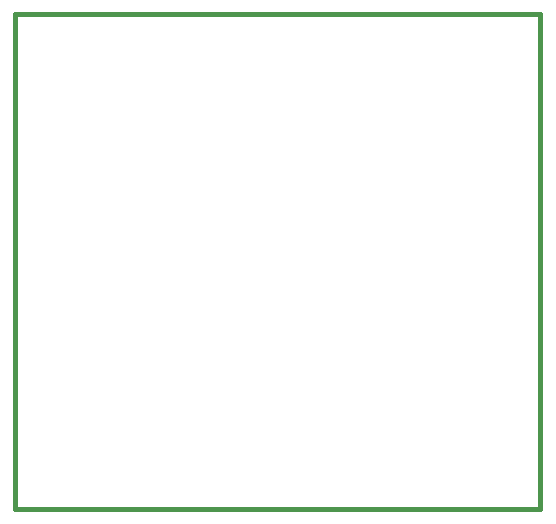
<source format=gbr>
%TF.GenerationSoftware,KiCad,Pcbnew,(5.1.12)-1*%
%TF.CreationDate,2022-03-02T10:16:57+00:00*%
%TF.ProjectId,ecc83-pp,65636338-332d-4707-902e-6b696361645f,rev?*%
%TF.SameCoordinates,Original*%
%TF.FileFunction,Profile,NP*%
%FSLAX46Y46*%
G04 Gerber Fmt 4.6, Leading zero omitted, Abs format (unit mm)*
G04 Created by KiCad (PCBNEW (5.1.12)-1) date 2022-03-02 10:16:57*
%MOMM*%
%LPD*%
G01*
G04 APERTURE LIST*
%TA.AperFunction,Profile*%
%ADD10C,0.381000*%
%TD*%
G04 APERTURE END LIST*
D10*
X123825000Y-132715000D02*
X168275000Y-132715000D01*
X168275000Y-90805000D02*
X123825000Y-90805000D01*
X168275000Y-90805000D02*
X168275000Y-132715000D01*
X123825000Y-90805000D02*
X123825000Y-132715000D01*
M02*

</source>
